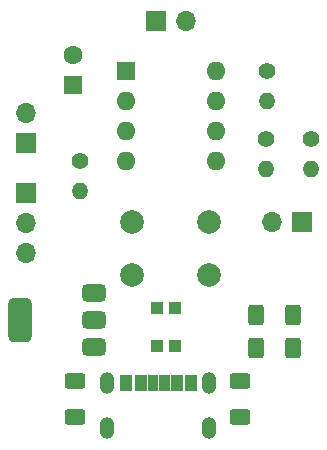
<source format=gts>
%TF.GenerationSoftware,KiCad,Pcbnew,8.0.4*%
%TF.CreationDate,2024-08-01T01:15:24-04:00*%
%TF.ProjectId,555_toggle-switch_v2,3535355f-746f-4676-976c-652d73776974,rev?*%
%TF.SameCoordinates,Original*%
%TF.FileFunction,Soldermask,Top*%
%TF.FilePolarity,Negative*%
%FSLAX46Y46*%
G04 Gerber Fmt 4.6, Leading zero omitted, Abs format (unit mm)*
G04 Created by KiCad (PCBNEW 8.0.4) date 2024-08-01 01:15:24*
%MOMM*%
%LPD*%
G01*
G04 APERTURE LIST*
G04 Aperture macros list*
%AMRoundRect*
0 Rectangle with rounded corners*
0 $1 Rounding radius*
0 $2 $3 $4 $5 $6 $7 $8 $9 X,Y pos of 4 corners*
0 Add a 4 corners polygon primitive as box body*
4,1,4,$2,$3,$4,$5,$6,$7,$8,$9,$2,$3,0*
0 Add four circle primitives for the rounded corners*
1,1,$1+$1,$2,$3*
1,1,$1+$1,$4,$5*
1,1,$1+$1,$6,$7*
1,1,$1+$1,$8,$9*
0 Add four rect primitives between the rounded corners*
20,1,$1+$1,$2,$3,$4,$5,0*
20,1,$1+$1,$4,$5,$6,$7,0*
20,1,$1+$1,$6,$7,$8,$9,0*
20,1,$1+$1,$8,$9,$2,$3,0*%
G04 Aperture macros list end*
%ADD10C,0.010000*%
%ADD11RoundRect,0.375000X0.625000X0.375000X-0.625000X0.375000X-0.625000X-0.375000X0.625000X-0.375000X0*%
%ADD12RoundRect,0.500000X0.500000X1.400000X-0.500000X1.400000X-0.500000X-1.400000X0.500000X-1.400000X0*%
%ADD13R,1.600000X1.600000*%
%ADD14C,1.600000*%
%ADD15O,1.600000X1.600000*%
%ADD16C,1.400000*%
%ADD17O,1.400000X1.400000*%
%ADD18RoundRect,0.250000X-0.400000X-0.625000X0.400000X-0.625000X0.400000X0.625000X-0.400000X0.625000X0*%
%ADD19R,1.700000X1.700000*%
%ADD20O,1.700000X1.700000*%
%ADD21O,1.252400X1.852400*%
%ADD22R,1.041400X1.117600*%
%ADD23RoundRect,0.250000X-0.625000X0.400000X-0.625000X-0.400000X0.625000X-0.400000X0.625000X0.400000X0*%
%ADD24C,2.000000*%
G04 APERTURE END LIST*
D10*
%TO.C,USB*%
X122318500Y-120983500D02*
X121391500Y-120983500D01*
X121391500Y-119656500D01*
X122318500Y-119656500D01*
X122318500Y-120983500D01*
G36*
X122318500Y-120983500D02*
G01*
X121391500Y-120983500D01*
X121391500Y-119656500D01*
X122318500Y-119656500D01*
X122318500Y-120983500D01*
G37*
X123528500Y-120983500D02*
X122641500Y-120983500D01*
X122641500Y-119656500D01*
X123528500Y-119656500D01*
X123528500Y-120983500D01*
G36*
X123528500Y-120983500D02*
G01*
X122641500Y-120983500D01*
X122641500Y-119656500D01*
X123528500Y-119656500D01*
X123528500Y-120983500D01*
G37*
X124518500Y-120983500D02*
X123691500Y-120983500D01*
X123691500Y-119656500D01*
X124518500Y-119656500D01*
X124518500Y-120983500D01*
G36*
X124518500Y-120983500D02*
G01*
X123691500Y-120983500D01*
X123691500Y-119656500D01*
X124518500Y-119656500D01*
X124518500Y-120983500D01*
G37*
X125518500Y-120983500D02*
X124691500Y-120983500D01*
X124691500Y-119656500D01*
X125518500Y-119656500D01*
X125518500Y-120983500D01*
G36*
X125518500Y-120983500D02*
G01*
X124691500Y-120983500D01*
X124691500Y-119656500D01*
X125518500Y-119656500D01*
X125518500Y-120983500D01*
G37*
X126568500Y-120983500D02*
X125681500Y-120983500D01*
X125681500Y-119656500D01*
X126568500Y-119656500D01*
X126568500Y-120983500D01*
G36*
X126568500Y-120983500D02*
G01*
X125681500Y-120983500D01*
X125681500Y-119656500D01*
X126568500Y-119656500D01*
X126568500Y-120983500D01*
G37*
X127818500Y-120983500D02*
X126891500Y-120983500D01*
X126891500Y-119656500D01*
X127818500Y-119656500D01*
X127818500Y-120983500D01*
G36*
X127818500Y-120983500D02*
G01*
X126891500Y-120983500D01*
X126891500Y-119656500D01*
X127818500Y-119656500D01*
X127818500Y-120983500D01*
G37*
%TD*%
D11*
%TO.C,U2*%
X119150000Y-117300000D03*
X119150000Y-115000000D03*
D12*
X112850000Y-115000000D03*
D11*
X119150000Y-112700000D03*
%TD*%
D13*
%TO.C,C2*%
X117400000Y-95105113D03*
D14*
X117400000Y-92605113D03*
%TD*%
D13*
%TO.C,U1*%
X121850000Y-93980000D03*
D15*
X121850000Y-96520000D03*
X121850000Y-99060000D03*
X121850000Y-101600000D03*
X129470000Y-101600000D03*
X129470000Y-99060000D03*
X129470000Y-96520000D03*
X129470000Y-93980000D03*
%TD*%
D16*
%TO.C,R4*%
X137500000Y-99680000D03*
D17*
X137500000Y-102220000D03*
%TD*%
D18*
%TO.C,R5*%
X136000000Y-117400000D03*
X132900000Y-117400000D03*
%TD*%
D19*
%TO.C,J1*%
X113400000Y-100075000D03*
D20*
X113400000Y-97535000D03*
%TD*%
D21*
%TO.C,USB*%
X120285000Y-124200000D03*
X128925000Y-124200000D03*
X120285000Y-120400000D03*
X128925000Y-120400000D03*
%TD*%
D22*
%TO.C,LED1*%
X126000000Y-117200400D03*
X124499998Y-117200400D03*
X124499998Y-114000000D03*
X126000000Y-114000000D03*
%TD*%
D23*
%TO.C,R8*%
X117525000Y-120170000D03*
X117525000Y-123270000D03*
%TD*%
D19*
%TO.C,SW2*%
X113400000Y-104260000D03*
D20*
X113400000Y-106800000D03*
X113400000Y-109340000D03*
%TD*%
D18*
%TO.C,R6*%
X136000000Y-114600000D03*
X132900000Y-114600000D03*
%TD*%
D23*
%TO.C,R9*%
X131525000Y-120170000D03*
X131525000Y-123270000D03*
%TD*%
D16*
%TO.C,R1*%
X133700000Y-99680000D03*
D17*
X133700000Y-102220000D03*
%TD*%
D16*
%TO.C,R2*%
X133800000Y-93980000D03*
D17*
X133800000Y-96520000D03*
%TD*%
D20*
%TO.C,J3*%
X126915000Y-89700000D03*
D19*
X124375000Y-89700000D03*
%TD*%
%TO.C,SW3*%
X136775000Y-106700000D03*
D20*
X134235000Y-106700000D03*
%TD*%
D16*
%TO.C,R3*%
X118000000Y-101600000D03*
D17*
X118000000Y-104140000D03*
%TD*%
D24*
%TO.C,SW1*%
X122400000Y-106700000D03*
X128900000Y-106700000D03*
X122400000Y-111200000D03*
X128900000Y-111200000D03*
%TD*%
M02*

</source>
